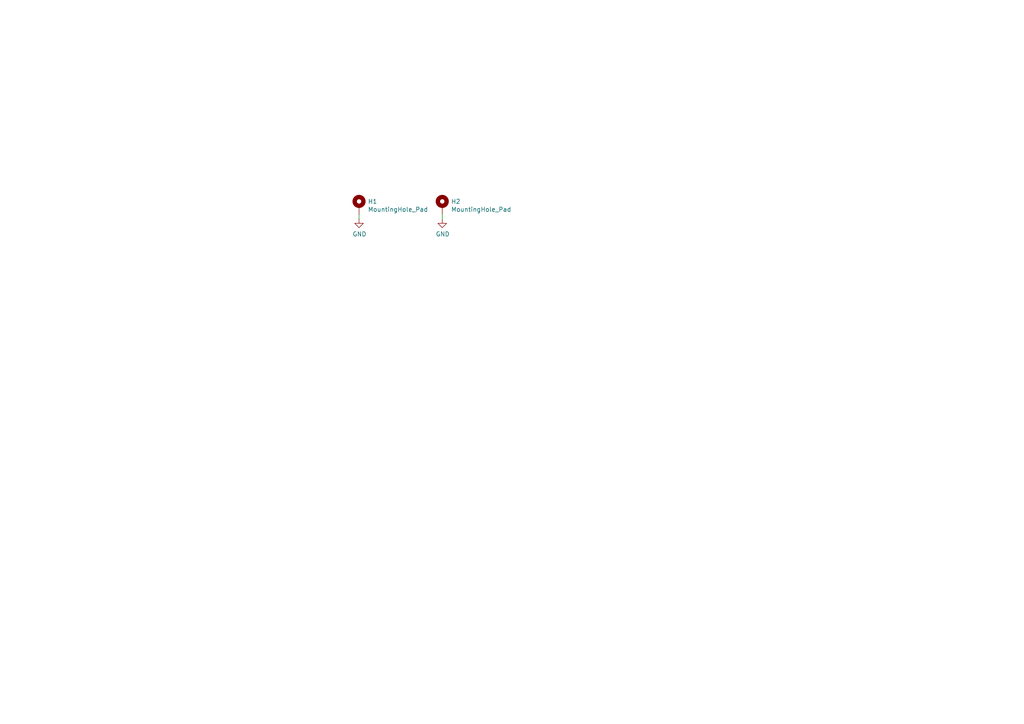
<source format=kicad_sch>
(kicad_sch (version 20230121) (generator eeschema)
  (paper "A4")
  (lib_symbols
    (symbol "Mechanical:MountingHole_Pad" (pin_numbers hide) (pin_names (offset 1.016) hide)
      (property "Reference" "H" (at 0 6.35 0))
      (property "Value" "MountingHole_Pad" (at 0 4.445 0))
      (symbol "MountingHole_Pad_0_1"
        (circle (center 0 1.27) (radius 1.27) (stroke (width 1.27)))
      )
      (symbol "MountingHole_Pad_1_1"
        (pin input line (at 0 -2.54 90) (length 2.54) (name "1") (number "1"))
      )
    )
    (symbol "power:GND" (power) (pin_names (offset 0))
      (property "Value" "GND" (at 0 -3.81 0))
      (symbol "GND_0_1"
        (polyline (pts (xy 0 0) (xy 0 -1.27) (xy 1.27 -1.27) (xy 0 -2.54) (xy -1.27 -1.27) (xy 0 -1.27)))
      )
      (symbol "GND_1_1"
        (pin power_in line (at 0 0 270) (length 0) hide (name "GND") (number "1"))
      )
    )
  )
  (wire (pts (xy 128.27 63.5) (xy 128.27 62.23)))
  (wire (pts (xy 104.14 63.5) (xy 104.14 62.23)))
  (symbol (lib_id "Mechanical:MountingHole_Pad") (at 128.27 59.69 0) (unit 1)
    (property "Reference" "H2" (at 130.81 58.4454 0) (effects (justify left)))
    (property "Value" "MountingHole_Pad" (at 130.81 60.7568 0) (effects (justify left)))
    (property "Footprint" "Akiyuki_Footprint:MountingHole_3.4mm" (effects hide))
  )
  (symbol (lib_id "Mechanical:MountingHole_Pad") (at 104.14 59.69 0) (unit 1)
    (property "Reference" "H1" (at 106.68 58.4454 0) (effects (justify left)))
    (property "Value" "MountingHole_Pad" (at 106.68 60.7568 0) (effects (justify left)))
    (property "Footprint" "Akiyuki_Footprint:MountingHole_3.4mm" (effects hide))
  )
  (symbol (lib_id "power:GND") (at 104.14 63.5 0) (unit 1)
    (property "Reference" "#PWR01" (effects hide))
    (property "Value" "GND" (at 104.267 67.8942 0))
  )
  (symbol (lib_id "power:GND") (at 128.27 63.5 0) (unit 1)
    (property "Reference" "#PWR02" (effects hide))
    (property "Value" "GND" (at 128.397 67.8942 0))
  )
)
</source>
